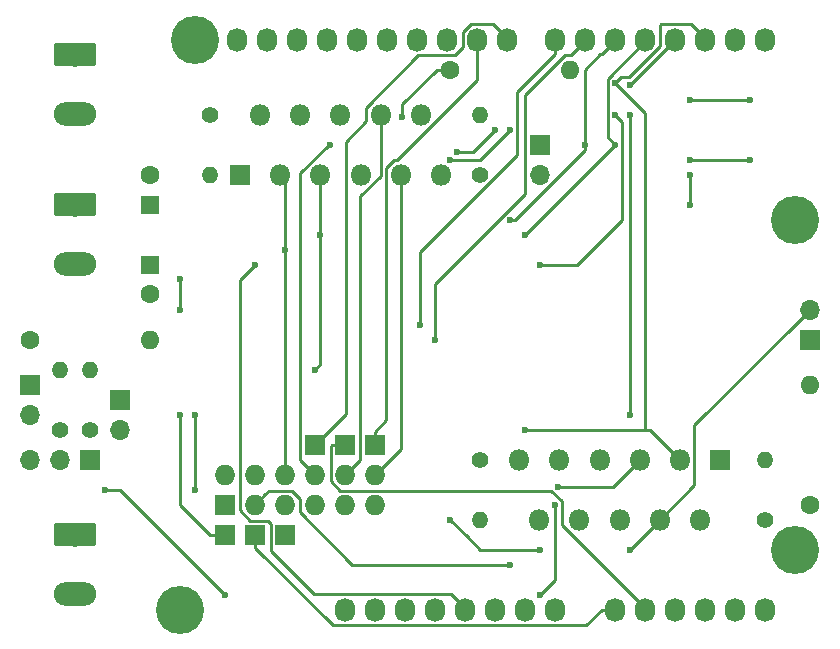
<source format=gbr>
G04 #@! TF.GenerationSoftware,KiCad,Pcbnew,(5.0.0)*
G04 #@! TF.CreationDate,2019-03-29T10:36:41+00:00*
G04 #@! TF.ProjectId,MotorDriverV1_0,4D6F746F7244726976657256315F302E,rev?*
G04 #@! TF.SameCoordinates,Original*
G04 #@! TF.FileFunction,Copper,L2,Bot,Signal*
G04 #@! TF.FilePolarity,Positive*
%FSLAX46Y46*%
G04 Gerber Fmt 4.6, Leading zero omitted, Abs format (unit mm)*
G04 Created by KiCad (PCBNEW (5.0.0)) date 03/29/19 10:36:41*
%MOMM*%
%LPD*%
G01*
G04 APERTURE LIST*
G04 #@! TA.AperFunction,ComponentPad*
%ADD10O,1.727200X2.032000*%
G04 #@! TD*
G04 #@! TA.AperFunction,ComponentPad*
%ADD11C,4.064000*%
G04 #@! TD*
G04 #@! TA.AperFunction,Conductor*
%ADD12C,0.100000*%
G04 #@! TD*
G04 #@! TA.AperFunction,ComponentPad*
%ADD13C,2.000000*%
G04 #@! TD*
G04 #@! TA.AperFunction,ComponentPad*
%ADD14O,3.600000X2.000000*%
G04 #@! TD*
G04 #@! TA.AperFunction,ComponentPad*
%ADD15O,1.700000X1.700000*%
G04 #@! TD*
G04 #@! TA.AperFunction,ComponentPad*
%ADD16R,1.700000X1.700000*%
G04 #@! TD*
G04 #@! TA.AperFunction,ComponentPad*
%ADD17R,1.800000X1.800000*%
G04 #@! TD*
G04 #@! TA.AperFunction,ComponentPad*
%ADD18O,1.800000X1.800000*%
G04 #@! TD*
G04 #@! TA.AperFunction,ComponentPad*
%ADD19R,1.600000X1.600000*%
G04 #@! TD*
G04 #@! TA.AperFunction,ComponentPad*
%ADD20C,1.600000*%
G04 #@! TD*
G04 #@! TA.AperFunction,ComponentPad*
%ADD21C,1.400000*%
G04 #@! TD*
G04 #@! TA.AperFunction,ComponentPad*
%ADD22O,1.400000X1.400000*%
G04 #@! TD*
G04 #@! TA.AperFunction,ComponentPad*
%ADD23O,1.600000X1.600000*%
G04 #@! TD*
G04 #@! TA.AperFunction,ComponentPad*
%ADD24R,1.727200X1.727200*%
G04 #@! TD*
G04 #@! TA.AperFunction,ComponentPad*
%ADD25O,1.727200X1.727200*%
G04 #@! TD*
G04 #@! TA.AperFunction,ViaPad*
%ADD26C,0.600000*%
G04 #@! TD*
G04 #@! TA.AperFunction,Conductor*
%ADD27C,0.250000*%
G04 #@! TD*
G04 APERTURE END LIST*
D10*
G04 #@! TO.P,P1,1*
G04 #@! TO.N,N/C*
X138938000Y-123825000D03*
G04 #@! TO.P,P1,2*
X141478000Y-123825000D03*
G04 #@! TO.P,P1,3*
X144018000Y-123825000D03*
G04 #@! TO.P,P1,4*
X146558000Y-123825000D03*
G04 #@! TO.P,P1,5*
G04 #@! TO.N,+5V*
X149098000Y-123825000D03*
G04 #@! TO.P,P1,6*
G04 #@! TO.N,GND*
X151638000Y-123825000D03*
G04 #@! TO.P,P1,7*
X154178000Y-123825000D03*
G04 #@! TO.P,P1,8*
G04 #@! TO.N,/Vin*
X156718000Y-123825000D03*
G04 #@! TD*
G04 #@! TO.P,P2,1*
G04 #@! TO.N,/A0*
X161798000Y-123825000D03*
G04 #@! TO.P,P2,2*
G04 #@! TO.N,/A1*
X164338000Y-123825000D03*
G04 #@! TO.P,P2,3*
G04 #@! TO.N,N/C*
X166878000Y-123825000D03*
G04 #@! TO.P,P2,4*
X169418000Y-123825000D03*
G04 #@! TO.P,P2,5*
X171958000Y-123825000D03*
G04 #@! TO.P,P2,6*
X174498000Y-123825000D03*
G04 #@! TD*
G04 #@! TO.P,P3,1*
G04 #@! TO.N,N/C*
X129794000Y-75565000D03*
G04 #@! TO.P,P3,2*
X132334000Y-75565000D03*
G04 #@! TO.P,P3,3*
X134874000Y-75565000D03*
G04 #@! TO.P,P3,4*
G04 #@! TO.N,GND*
X137414000Y-75565000D03*
G04 #@! TO.P,P3,5*
G04 #@! TO.N,N/C*
X139954000Y-75565000D03*
G04 #@! TO.P,P3,6*
X142494000Y-75565000D03*
G04 #@! TO.P,P3,7*
X145034000Y-75565000D03*
G04 #@! TO.P,P3,8*
X147574000Y-75565000D03*
G04 #@! TO.P,P3,9*
G04 #@! TO.N,/9(\002A\002A)*
X150114000Y-75565000D03*
G04 #@! TO.P,P3,10*
G04 #@! TO.N,/8*
X152654000Y-75565000D03*
G04 #@! TD*
G04 #@! TO.P,P4,1*
G04 #@! TO.N,/7*
X156718000Y-75565000D03*
G04 #@! TO.P,P4,2*
G04 #@! TO.N,/6(\002A\002A)*
X159258000Y-75565000D03*
G04 #@! TO.P,P4,3*
G04 #@! TO.N,/5(\002A\002A)*
X161798000Y-75565000D03*
G04 #@! TO.P,P4,4*
G04 #@! TO.N,/4*
X164338000Y-75565000D03*
G04 #@! TO.P,P4,5*
G04 #@! TO.N,/3(\002A\002A)*
X166878000Y-75565000D03*
G04 #@! TO.P,P4,6*
G04 #@! TO.N,/2*
X169418000Y-75565000D03*
G04 #@! TO.P,P4,7*
G04 #@! TO.N,N/C*
X171958000Y-75565000D03*
G04 #@! TO.P,P4,8*
X174498000Y-75565000D03*
G04 #@! TD*
D11*
G04 #@! TO.P,P5,1*
G04 #@! TO.N,N/C*
X124968000Y-123825000D03*
G04 #@! TD*
G04 #@! TO.P,P6,1*
G04 #@! TO.N,N/C*
X177038000Y-118745000D03*
G04 #@! TD*
G04 #@! TO.P,P7,1*
G04 #@! TO.N,N/C*
X126238000Y-75565000D03*
G04 #@! TD*
G04 #@! TO.P,P8,1*
G04 #@! TO.N,N/C*
X177038000Y-90805000D03*
G04 #@! TD*
D12*
G04 #@! TO.N,GND*
G04 #@! TO.C,J1*
G36*
X117652504Y-88536204D02*
X117676773Y-88539804D01*
X117700571Y-88545765D01*
X117723671Y-88554030D01*
X117745849Y-88564520D01*
X117766893Y-88577133D01*
X117786598Y-88591747D01*
X117804777Y-88608223D01*
X117821253Y-88626402D01*
X117835867Y-88646107D01*
X117848480Y-88667151D01*
X117858970Y-88689329D01*
X117867235Y-88712429D01*
X117873196Y-88736227D01*
X117876796Y-88760496D01*
X117878000Y-88785000D01*
X117878000Y-90285000D01*
X117876796Y-90309504D01*
X117873196Y-90333773D01*
X117867235Y-90357571D01*
X117858970Y-90380671D01*
X117848480Y-90402849D01*
X117835867Y-90423893D01*
X117821253Y-90443598D01*
X117804777Y-90461777D01*
X117786598Y-90478253D01*
X117766893Y-90492867D01*
X117745849Y-90505480D01*
X117723671Y-90515970D01*
X117700571Y-90524235D01*
X117676773Y-90530196D01*
X117652504Y-90533796D01*
X117628000Y-90535000D01*
X114528000Y-90535000D01*
X114503496Y-90533796D01*
X114479227Y-90530196D01*
X114455429Y-90524235D01*
X114432329Y-90515970D01*
X114410151Y-90505480D01*
X114389107Y-90492867D01*
X114369402Y-90478253D01*
X114351223Y-90461777D01*
X114334747Y-90443598D01*
X114320133Y-90423893D01*
X114307520Y-90402849D01*
X114297030Y-90380671D01*
X114288765Y-90357571D01*
X114282804Y-90333773D01*
X114279204Y-90309504D01*
X114278000Y-90285000D01*
X114278000Y-88785000D01*
X114279204Y-88760496D01*
X114282804Y-88736227D01*
X114288765Y-88712429D01*
X114297030Y-88689329D01*
X114307520Y-88667151D01*
X114320133Y-88646107D01*
X114334747Y-88626402D01*
X114351223Y-88608223D01*
X114369402Y-88591747D01*
X114389107Y-88577133D01*
X114410151Y-88564520D01*
X114432329Y-88554030D01*
X114455429Y-88545765D01*
X114479227Y-88539804D01*
X114503496Y-88536204D01*
X114528000Y-88535000D01*
X117628000Y-88535000D01*
X117652504Y-88536204D01*
X117652504Y-88536204D01*
G37*
D13*
G04 #@! TD*
G04 #@! TO.P,J1,1*
G04 #@! TO.N,GND*
X116078000Y-89535000D03*
D14*
G04 #@! TO.P,J1,2*
G04 #@! TO.N,/Vs*
X116078000Y-94535000D03*
G04 #@! TD*
D15*
G04 #@! TO.P,J2,2*
G04 #@! TO.N,Net-(C2-Pad1)*
X119888000Y-108585000D03*
D16*
G04 #@! TO.P,J2,1*
G04 #@! TO.N,/Vs*
X119888000Y-106045000D03*
G04 #@! TD*
D15*
G04 #@! TO.P,J3,2*
G04 #@! TO.N,/BR1*
X178308000Y-98425000D03*
D16*
G04 #@! TO.P,J3,1*
G04 #@! TO.N,GND*
X178308000Y-100965000D03*
G04 #@! TD*
G04 #@! TO.P,J4,1*
G04 #@! TO.N,GND*
X155448000Y-84455000D03*
D15*
G04 #@! TO.P,J4,2*
G04 #@! TO.N,/BR2*
X155448000Y-86995000D03*
G04 #@! TD*
D12*
G04 #@! TO.N,Net-(C5-Pad1)*
G04 #@! TO.C,J5*
G36*
X117652504Y-116476204D02*
X117676773Y-116479804D01*
X117700571Y-116485765D01*
X117723671Y-116494030D01*
X117745849Y-116504520D01*
X117766893Y-116517133D01*
X117786598Y-116531747D01*
X117804777Y-116548223D01*
X117821253Y-116566402D01*
X117835867Y-116586107D01*
X117848480Y-116607151D01*
X117858970Y-116629329D01*
X117867235Y-116652429D01*
X117873196Y-116676227D01*
X117876796Y-116700496D01*
X117878000Y-116725000D01*
X117878000Y-118225000D01*
X117876796Y-118249504D01*
X117873196Y-118273773D01*
X117867235Y-118297571D01*
X117858970Y-118320671D01*
X117848480Y-118342849D01*
X117835867Y-118363893D01*
X117821253Y-118383598D01*
X117804777Y-118401777D01*
X117786598Y-118418253D01*
X117766893Y-118432867D01*
X117745849Y-118445480D01*
X117723671Y-118455970D01*
X117700571Y-118464235D01*
X117676773Y-118470196D01*
X117652504Y-118473796D01*
X117628000Y-118475000D01*
X114528000Y-118475000D01*
X114503496Y-118473796D01*
X114479227Y-118470196D01*
X114455429Y-118464235D01*
X114432329Y-118455970D01*
X114410151Y-118445480D01*
X114389107Y-118432867D01*
X114369402Y-118418253D01*
X114351223Y-118401777D01*
X114334747Y-118383598D01*
X114320133Y-118363893D01*
X114307520Y-118342849D01*
X114297030Y-118320671D01*
X114288765Y-118297571D01*
X114282804Y-118273773D01*
X114279204Y-118249504D01*
X114278000Y-118225000D01*
X114278000Y-116725000D01*
X114279204Y-116700496D01*
X114282804Y-116676227D01*
X114288765Y-116652429D01*
X114297030Y-116629329D01*
X114307520Y-116607151D01*
X114320133Y-116586107D01*
X114334747Y-116566402D01*
X114351223Y-116548223D01*
X114369402Y-116531747D01*
X114389107Y-116517133D01*
X114410151Y-116504520D01*
X114432329Y-116494030D01*
X114455429Y-116485765D01*
X114479227Y-116479804D01*
X114503496Y-116476204D01*
X114528000Y-116475000D01*
X117628000Y-116475000D01*
X117652504Y-116476204D01*
X117652504Y-116476204D01*
G37*
D13*
G04 #@! TD*
G04 #@! TO.P,J5,1*
G04 #@! TO.N,Net-(C5-Pad1)*
X116078000Y-117475000D03*
D14*
G04 #@! TO.P,J5,2*
G04 #@! TO.N,Net-(C6-Pad2)*
X116078000Y-122475000D03*
G04 #@! TD*
G04 #@! TO.P,J6,2*
G04 #@! TO.N,Net-(C8-Pad2)*
X116078000Y-81835000D03*
D12*
G04 #@! TD*
G04 #@! TO.N,Net-(C7-Pad1)*
G04 #@! TO.C,J6*
G36*
X117652504Y-75836204D02*
X117676773Y-75839804D01*
X117700571Y-75845765D01*
X117723671Y-75854030D01*
X117745849Y-75864520D01*
X117766893Y-75877133D01*
X117786598Y-75891747D01*
X117804777Y-75908223D01*
X117821253Y-75926402D01*
X117835867Y-75946107D01*
X117848480Y-75967151D01*
X117858970Y-75989329D01*
X117867235Y-76012429D01*
X117873196Y-76036227D01*
X117876796Y-76060496D01*
X117878000Y-76085000D01*
X117878000Y-77585000D01*
X117876796Y-77609504D01*
X117873196Y-77633773D01*
X117867235Y-77657571D01*
X117858970Y-77680671D01*
X117848480Y-77702849D01*
X117835867Y-77723893D01*
X117821253Y-77743598D01*
X117804777Y-77761777D01*
X117786598Y-77778253D01*
X117766893Y-77792867D01*
X117745849Y-77805480D01*
X117723671Y-77815970D01*
X117700571Y-77824235D01*
X117676773Y-77830196D01*
X117652504Y-77833796D01*
X117628000Y-77835000D01*
X114528000Y-77835000D01*
X114503496Y-77833796D01*
X114479227Y-77830196D01*
X114455429Y-77824235D01*
X114432329Y-77815970D01*
X114410151Y-77805480D01*
X114389107Y-77792867D01*
X114369402Y-77778253D01*
X114351223Y-77761777D01*
X114334747Y-77743598D01*
X114320133Y-77723893D01*
X114307520Y-77702849D01*
X114297030Y-77680671D01*
X114288765Y-77657571D01*
X114282804Y-77633773D01*
X114279204Y-77609504D01*
X114278000Y-77585000D01*
X114278000Y-76085000D01*
X114279204Y-76060496D01*
X114282804Y-76036227D01*
X114288765Y-76012429D01*
X114297030Y-75989329D01*
X114307520Y-75967151D01*
X114320133Y-75946107D01*
X114334747Y-75926402D01*
X114351223Y-75908223D01*
X114369402Y-75891747D01*
X114389107Y-75877133D01*
X114410151Y-75864520D01*
X114432329Y-75854030D01*
X114455429Y-75845765D01*
X114479227Y-75839804D01*
X114503496Y-75836204D01*
X114528000Y-75835000D01*
X117628000Y-75835000D01*
X117652504Y-75836204D01*
X117652504Y-75836204D01*
G37*
D13*
G04 #@! TO.P,J6,1*
G04 #@! TO.N,Net-(C7-Pad1)*
X116078000Y-76835000D03*
G04 #@! TD*
D17*
G04 #@! TO.P,U3,1*
G04 #@! TO.N,Net-(C5-Pad2)*
X170688000Y-111125000D03*
D18*
G04 #@! TO.P,U3,2*
G04 #@! TO.N,Net-(C5-Pad1)*
X168988000Y-116205000D03*
G04 #@! TO.P,U3,3*
G04 #@! TO.N,/2*
X167288000Y-111125000D03*
G04 #@! TO.P,U3,4*
G04 #@! TO.N,/BR1*
X165588000Y-116205000D03*
G04 #@! TO.P,U3,5*
G04 #@! TO.N,/3(\002A\002A)*
X163888000Y-111125000D03*
G04 #@! TO.P,U3,6*
G04 #@! TO.N,/Vs*
X162188000Y-116205000D03*
G04 #@! TO.P,U3,7*
G04 #@! TO.N,GND*
X160488000Y-111125000D03*
G04 #@! TO.P,U3,8*
G04 #@! TO.N,/CSEN1*
X158788000Y-116205000D03*
G04 #@! TO.P,U3,9*
G04 #@! TO.N,/TF1*
X157088000Y-111125000D03*
G04 #@! TO.P,U3,10*
G04 #@! TO.N,Net-(C6-Pad2)*
X155388000Y-116205000D03*
G04 #@! TO.P,U3,11*
G04 #@! TO.N,Net-(C6-Pad1)*
X153688000Y-111125000D03*
G04 #@! TD*
G04 #@! TO.P,U4,11*
G04 #@! TO.N,Net-(C8-Pad1)*
X147048000Y-86995000D03*
G04 #@! TO.P,U4,10*
G04 #@! TO.N,Net-(C8-Pad2)*
X145348000Y-81915000D03*
G04 #@! TO.P,U4,9*
G04 #@! TO.N,/TF2*
X143648000Y-86995000D03*
G04 #@! TO.P,U4,8*
G04 #@! TO.N,/CSEN2*
X141948000Y-81915000D03*
G04 #@! TO.P,U4,7*
G04 #@! TO.N,GND*
X140248000Y-86995000D03*
G04 #@! TO.P,U4,6*
G04 #@! TO.N,/Vs*
X138548000Y-81915000D03*
G04 #@! TO.P,U4,5*
G04 #@! TO.N,/5(\002A\002A)*
X136848000Y-86995000D03*
G04 #@! TO.P,U4,4*
G04 #@! TO.N,/BR2*
X135148000Y-81915000D03*
G04 #@! TO.P,U4,3*
G04 #@! TO.N,/4*
X133448000Y-86995000D03*
G04 #@! TO.P,U4,2*
G04 #@! TO.N,Net-(C7-Pad1)*
X131748000Y-81915000D03*
D17*
G04 #@! TO.P,U4,1*
G04 #@! TO.N,Net-(C7-Pad2)*
X130048000Y-86995000D03*
G04 #@! TD*
D19*
G04 #@! TO.P,C1,1*
G04 #@! TO.N,/Vs*
X122428000Y-94615000D03*
D20*
G04 #@! TO.P,C1,2*
G04 #@! TO.N,GND*
X122428000Y-97115000D03*
G04 #@! TD*
D21*
G04 #@! TO.P,C2,1*
G04 #@! TO.N,Net-(C2-Pad1)*
X117348000Y-108585000D03*
D22*
G04 #@! TO.P,C2,2*
G04 #@! TO.N,GND*
X117348000Y-103505000D03*
G04 #@! TD*
D19*
G04 #@! TO.P,C3,1*
G04 #@! TO.N,/Vs*
X122428000Y-89535000D03*
D20*
G04 #@! TO.P,C3,2*
G04 #@! TO.N,GND*
X122428000Y-87035000D03*
G04 #@! TD*
D22*
G04 #@! TO.P,C4,2*
G04 #@! TO.N,GND*
X114808000Y-103505000D03*
D21*
G04 #@! TO.P,C4,1*
G04 #@! TO.N,/Vin*
X114808000Y-108585000D03*
G04 #@! TD*
D22*
G04 #@! TO.P,C5,2*
G04 #@! TO.N,Net-(C5-Pad2)*
X174498000Y-111125000D03*
D21*
G04 #@! TO.P,C5,1*
G04 #@! TO.N,Net-(C5-Pad1)*
X174498000Y-116205000D03*
G04 #@! TD*
G04 #@! TO.P,C6,1*
G04 #@! TO.N,Net-(C6-Pad1)*
X150368000Y-111125000D03*
D22*
G04 #@! TO.P,C6,2*
G04 #@! TO.N,Net-(C6-Pad2)*
X150368000Y-116205000D03*
G04 #@! TD*
G04 #@! TO.P,C7,2*
G04 #@! TO.N,Net-(C7-Pad2)*
X127508000Y-86995000D03*
D21*
G04 #@! TO.P,C7,1*
G04 #@! TO.N,Net-(C7-Pad1)*
X127508000Y-81915000D03*
G04 #@! TD*
G04 #@! TO.P,C8,1*
G04 #@! TO.N,Net-(C8-Pad1)*
X150368000Y-86995000D03*
D22*
G04 #@! TO.P,C8,2*
G04 #@! TO.N,Net-(C8-Pad2)*
X150368000Y-81915000D03*
G04 #@! TD*
D16*
G04 #@! TO.P,D5,1*
G04 #@! TO.N,Net-(D5-Pad1)*
X112268000Y-104775000D03*
D15*
G04 #@! TO.P,D5,2*
G04 #@! TO.N,/Vin*
X112268000Y-107315000D03*
G04 #@! TD*
D20*
G04 #@! TO.P,R5,1*
G04 #@! TO.N,/CSEN1*
X178308000Y-114935000D03*
D23*
G04 #@! TO.P,R5,2*
G04 #@! TO.N,GND*
X178308000Y-104775000D03*
G04 #@! TD*
G04 #@! TO.P,R6,2*
G04 #@! TO.N,GND*
X157988000Y-78105000D03*
D20*
G04 #@! TO.P,R6,1*
G04 #@! TO.N,/CSEN2*
X147828000Y-78105000D03*
G04 #@! TD*
G04 #@! TO.P,R7,1*
G04 #@! TO.N,Net-(D5-Pad1)*
X112268000Y-100965000D03*
D23*
G04 #@! TO.P,R7,2*
G04 #@! TO.N,GND*
X122428000Y-100965000D03*
G04 #@! TD*
D16*
G04 #@! TO.P,U2,1*
G04 #@! TO.N,Net-(C2-Pad1)*
X117348000Y-111125000D03*
D15*
G04 #@! TO.P,U2,2*
G04 #@! TO.N,GND*
X114808000Y-111125000D03*
G04 #@! TO.P,U2,3*
G04 #@! TO.N,/Vin*
X112268000Y-111125000D03*
G04 #@! TD*
D16*
G04 #@! TO.P,J13,1*
G04 #@! TO.N,/9(\002A\002A)*
X141478000Y-109855000D03*
G04 #@! TD*
G04 #@! TO.P,J7,1*
G04 #@! TO.N,/7*
X128778000Y-117475000D03*
G04 #@! TD*
G04 #@! TO.P,J8,1*
G04 #@! TO.N,/A0*
X131318000Y-117475000D03*
G04 #@! TD*
G04 #@! TO.P,J9,1*
G04 #@! TO.N,/6(\002A\002A)*
X133858000Y-117475000D03*
G04 #@! TD*
G04 #@! TO.P,J11,1*
G04 #@! TO.N,/8*
X136398000Y-109855000D03*
G04 #@! TD*
G04 #@! TO.P,J12,1*
G04 #@! TO.N,/A1*
X138938000Y-109855000D03*
G04 #@! TD*
D24*
G04 #@! TO.P,J10,1*
G04 #@! TO.N,/TF1*
X128778000Y-114935000D03*
D25*
G04 #@! TO.P,J10,2*
G04 #@! TO.N,GND*
X128778000Y-112395000D03*
G04 #@! TO.P,J10,3*
G04 #@! TO.N,/CSEN1*
X131318000Y-114935000D03*
G04 #@! TO.P,J10,4*
G04 #@! TO.N,/5(\002A\002A)*
X131318000Y-112395000D03*
G04 #@! TO.P,J10,5*
G04 #@! TO.N,/BR1*
X133858000Y-114935000D03*
G04 #@! TO.P,J10,6*
G04 #@! TO.N,/4*
X133858000Y-112395000D03*
G04 #@! TO.P,J10,7*
G04 #@! TO.N,/2*
X136398000Y-114935000D03*
G04 #@! TO.P,J10,8*
G04 #@! TO.N,/BR2*
X136398000Y-112395000D03*
G04 #@! TO.P,J10,9*
G04 #@! TO.N,/3(\002A\002A)*
X138938000Y-114935000D03*
G04 #@! TO.P,J10,10*
G04 #@! TO.N,/CSEN2*
X138938000Y-112395000D03*
G04 #@! TO.P,J10,11*
G04 #@! TO.N,GND*
X141478000Y-114935000D03*
G04 #@! TO.P,J10,12*
G04 #@! TO.N,/TF2*
X141478000Y-112395000D03*
G04 #@! TD*
D26*
G04 #@! TO.N,+5V*
X161798000Y-81915000D03*
X131318000Y-94615000D03*
X155448000Y-94615000D03*
G04 #@! TO.N,GND*
X155448000Y-122555000D03*
X156678000Y-114935000D03*
X147828000Y-85725000D03*
X152908000Y-83185000D03*
X168148000Y-86995000D03*
X168148000Y-89535000D03*
G04 #@! TO.N,/Vin*
X118618000Y-113665000D03*
X128778000Y-122555000D03*
G04 #@! TO.N,/7*
X145288000Y-99695000D03*
X124968000Y-107315000D03*
G04 #@! TO.N,/6(\002A\002A)*
X146558000Y-100965000D03*
X126238000Y-107315000D03*
X126238000Y-113665000D03*
G04 #@! TO.N,/5(\002A\002A)*
X136398000Y-103505000D03*
X159258000Y-84455000D03*
X152908000Y-90805000D03*
X136848000Y-92075000D03*
G04 #@! TO.N,/4*
X133858000Y-93345000D03*
X154178000Y-92075000D03*
X161798000Y-84455000D03*
G04 #@! TO.N,/3(\002A\002A)*
X156967443Y-113415557D03*
X163068000Y-79375000D03*
X163068000Y-81915000D03*
X163068000Y-107315000D03*
G04 #@! TO.N,/2*
X154178000Y-108585000D03*
X161798000Y-79234998D03*
G04 #@! TO.N,/Vs*
X124968000Y-95865000D03*
X124968000Y-98425000D03*
G04 #@! TO.N,/BR1*
X147828000Y-116205000D03*
X163068000Y-118745000D03*
X155448000Y-118745000D03*
G04 #@! TO.N,/BR2*
X148451539Y-85054877D03*
X151638000Y-83185000D03*
X137688000Y-84455000D03*
G04 #@! TO.N,/CSEN1*
X152908000Y-120015000D03*
G04 #@! TO.N,/CSEN2*
X143764115Y-82098882D03*
G04 #@! TO.N,Net-(D1-Pad2)*
X168148000Y-80645000D03*
X173228000Y-80645000D03*
G04 #@! TO.N,Net-(D4-Pad2)*
X168148000Y-85725000D03*
X173228000Y-85725000D03*
G04 #@! TD*
D27*
G04 #@! TO.N,+5V*
X161798000Y-81915000D02*
X162423001Y-82540001D01*
X149098000Y-123672600D02*
X149098000Y-123825000D01*
X147909390Y-122483990D02*
X149098000Y-123672600D01*
X136326990Y-122483990D02*
X147909390Y-122483990D01*
X132682999Y-118839999D02*
X136326990Y-122483990D01*
X131318000Y-94615000D02*
X130048000Y-95885000D01*
X130048000Y-95885000D02*
X130048000Y-115424130D01*
X130048000Y-115424130D02*
X130923869Y-116299999D01*
X130923869Y-116299999D02*
X132428001Y-116299999D01*
X132428001Y-116299999D02*
X132682999Y-116554997D01*
X132682999Y-116554997D02*
X132682999Y-118839999D01*
X158613001Y-94615000D02*
X162423001Y-90805000D01*
X155448000Y-94615000D02*
X158613001Y-94615000D01*
X162423001Y-82540001D02*
X162423001Y-90805000D01*
G04 #@! TO.N,GND*
X155448000Y-122555000D02*
X156678000Y-121325000D01*
X156678000Y-121325000D02*
X156678000Y-114935000D01*
X147828000Y-85725000D02*
X150368000Y-85725000D01*
X150368000Y-85725000D02*
X152908000Y-83185000D01*
X168148000Y-86995000D02*
X168148000Y-89535000D01*
G04 #@! TO.N,/Vin*
X118618000Y-113665000D02*
X119888000Y-113665000D01*
X119888000Y-113665000D02*
X128778000Y-122555000D01*
G04 #@! TO.N,/A0*
X160684400Y-123825000D02*
X161798000Y-123825000D01*
X159343390Y-125166010D02*
X160684400Y-123825000D01*
X137909010Y-125166010D02*
X159343390Y-125166010D01*
X131318000Y-118575000D02*
X137909010Y-125166010D01*
X131318000Y-117475000D02*
X131318000Y-118575000D01*
G04 #@! TO.N,/A1*
X164338000Y-123672600D02*
X164338000Y-123825000D01*
X157303001Y-116637601D02*
X164338000Y-123672600D01*
X157303001Y-114634999D02*
X157303001Y-116637601D01*
X156414401Y-113746399D02*
X157303001Y-114634999D01*
X138530269Y-113746399D02*
X156414401Y-113746399D01*
X137749399Y-112965529D02*
X138530269Y-113746399D01*
X137749399Y-109943601D02*
X137749399Y-112965529D01*
X137838000Y-109855000D02*
X137749399Y-109943601D01*
X138938000Y-109855000D02*
X137838000Y-109855000D01*
G04 #@! TO.N,/9(\002A\002A)*
X150114000Y-76831000D02*
X150114000Y-75565000D01*
X150114000Y-78962002D02*
X150114000Y-76831000D01*
X143306003Y-85769999D02*
X150114000Y-78962002D01*
X143059999Y-85769999D02*
X143306003Y-85769999D01*
X142422999Y-86406999D02*
X143059999Y-85769999D01*
X142422999Y-107810001D02*
X142422999Y-86406999D01*
X141478000Y-108755000D02*
X142422999Y-107810001D01*
X141478000Y-109855000D02*
X141478000Y-108755000D01*
G04 #@! TO.N,/8*
X152654000Y-75412600D02*
X152654000Y-75565000D01*
X151465390Y-74223990D02*
X152654000Y-75412600D01*
X149621662Y-74223990D02*
X151465390Y-74223990D01*
X148925390Y-74920262D02*
X149621662Y-74223990D01*
X148925390Y-76209738D02*
X148925390Y-74920262D01*
X148229118Y-76906010D02*
X148925390Y-76209738D01*
X145143988Y-76906010D02*
X148229118Y-76906010D01*
X140722999Y-81326999D02*
X145143988Y-76906010D01*
X140722999Y-82503001D02*
X140722999Y-81326999D01*
X139022999Y-84203001D02*
X140722999Y-82503001D01*
X139022999Y-107230001D02*
X139022999Y-84203001D01*
X136398000Y-109855000D02*
X139022999Y-107230001D01*
G04 #@! TO.N,/7*
X153533001Y-80015999D02*
X153533001Y-85347001D01*
X156718000Y-75565000D02*
X156718000Y-76831000D01*
X156718000Y-76831000D02*
X153533001Y-80015999D01*
X153533001Y-85347001D02*
X145288000Y-93592002D01*
X145288000Y-93592002D02*
X145288000Y-99695000D01*
X127508000Y-117475000D02*
X128778000Y-117475000D01*
X124968000Y-107315000D02*
X124968000Y-114935000D01*
X124968000Y-114935000D02*
X127508000Y-117475000D01*
G04 #@! TO.N,/6(\002A\002A)*
X157521988Y-76906010D02*
X154178000Y-80249998D01*
X158069390Y-76906010D02*
X157521988Y-76906010D01*
X159258000Y-75565000D02*
X159258000Y-75717400D01*
X159258000Y-75717400D02*
X158069390Y-76906010D01*
X154178000Y-88609998D02*
X146558000Y-96229998D01*
X154178000Y-80249998D02*
X154178000Y-88609998D01*
X146558000Y-96229998D02*
X146558000Y-100965000D01*
X126238000Y-107315000D02*
X126238000Y-113665000D01*
G04 #@! TO.N,/5(\002A\002A)*
X136398000Y-103505000D02*
X136848000Y-103055000D01*
X153332264Y-90805000D02*
X152908000Y-90805000D01*
X159258000Y-84455000D02*
X159258000Y-84879264D01*
X159258000Y-84879264D02*
X153332264Y-90805000D01*
X136848000Y-103055000D02*
X136848000Y-92075000D01*
X136848000Y-92075000D02*
X136848000Y-86995000D01*
X161798000Y-75717400D02*
X161798000Y-75565000D01*
X160684400Y-76831000D02*
X161798000Y-75717400D01*
X160532000Y-76831000D02*
X160684400Y-76831000D01*
X159258000Y-78105000D02*
X160532000Y-76831000D01*
X159258000Y-84455000D02*
X159258000Y-78105000D01*
G04 #@! TO.N,/4*
X133858000Y-87405000D02*
X133448000Y-86995000D01*
X133858000Y-93345000D02*
X133858000Y-87405000D01*
X133858000Y-112395000D02*
X133858000Y-93345000D01*
X154178000Y-92075000D02*
X156718000Y-89535000D01*
X156718000Y-89535000D02*
X161798000Y-84455000D01*
X164338000Y-75717400D02*
X164338000Y-75565000D01*
X161172999Y-78882401D02*
X164338000Y-75717400D01*
X161172999Y-83829999D02*
X161172999Y-78882401D01*
X161798000Y-84455000D02*
X161172999Y-83829999D01*
G04 #@! TO.N,/3(\002A\002A)*
X161597443Y-113415557D02*
X163888000Y-111125000D01*
X156967443Y-113415557D02*
X161597443Y-113415557D01*
X163068000Y-79375000D02*
X166878000Y-75565000D01*
X163068000Y-81915000D02*
X163068000Y-107315000D01*
G04 #@! TO.N,/2*
X164748000Y-108585000D02*
X167288000Y-111125000D01*
X169418000Y-75412600D02*
X169418000Y-75565000D01*
X168229390Y-74223990D02*
X169418000Y-75412600D01*
X165679010Y-74223990D02*
X168229390Y-74223990D01*
X165608000Y-74295000D02*
X165679010Y-74223990D01*
X165608000Y-76128348D02*
X165608000Y-74295000D01*
X162986349Y-78749999D02*
X165608000Y-76128348D01*
X162282999Y-78749999D02*
X162986349Y-78749999D01*
X161798000Y-79234998D02*
X162282999Y-78749999D01*
X164338000Y-81774998D02*
X164338000Y-108585000D01*
X161798000Y-79234998D02*
X164338000Y-81774998D01*
X154178000Y-108585000D02*
X164338000Y-108585000D01*
X164338000Y-108585000D02*
X164748000Y-108585000D01*
G04 #@! TO.N,/Vs*
X124968000Y-95865000D02*
X124968000Y-98425000D01*
G04 #@! TO.N,/BR1*
X147828000Y-116205000D02*
X149226442Y-117603442D01*
X165588000Y-116225000D02*
X165588000Y-116205000D01*
X163068000Y-118745000D02*
X165588000Y-116225000D01*
X149226442Y-117603442D02*
X150368000Y-118745000D01*
X150368000Y-118745000D02*
X155448000Y-118745000D01*
X177458001Y-99274999D02*
X178308000Y-98425000D01*
X168513001Y-108219999D02*
X177458001Y-99274999D01*
X168513001Y-113279999D02*
X168513001Y-108219999D01*
X165588000Y-116205000D02*
X168513001Y-113279999D01*
G04 #@! TO.N,/BR2*
X148451539Y-85054877D02*
X149768123Y-85054877D01*
X149768123Y-85054877D02*
X151638000Y-83185000D01*
X136398000Y-112395000D02*
X135128000Y-111125000D01*
X137574998Y-84455000D02*
X137688000Y-84455000D01*
X135128000Y-86901998D02*
X137574998Y-84455000D01*
X135128000Y-111125000D02*
X135128000Y-86901998D01*
G04 #@! TO.N,/CSEN1*
X132181599Y-114071401D02*
X131318000Y-114935000D01*
X152908000Y-120015000D02*
X139556072Y-120015000D01*
X139556072Y-120015000D02*
X135128000Y-115586928D01*
X135128000Y-115586928D02*
X135128000Y-114445870D01*
X135128000Y-114445870D02*
X134428529Y-113746399D01*
X134428529Y-113746399D02*
X132506601Y-113746399D01*
X132506601Y-113746399D02*
X132181599Y-114071401D01*
G04 #@! TO.N,/CSEN2*
X146696630Y-78105000D02*
X147828000Y-78105000D01*
X143764115Y-81037515D02*
X146696630Y-78105000D01*
X143764115Y-82098882D02*
X143764115Y-81037515D01*
X141948000Y-83187792D02*
X141948000Y-81915000D01*
X141948000Y-87108002D02*
X141948000Y-83187792D01*
X140208000Y-88848002D02*
X141948000Y-87108002D01*
X140208000Y-111125000D02*
X140208000Y-88848002D01*
X138938000Y-112395000D02*
X140208000Y-111125000D01*
G04 #@! TO.N,/TF2*
X143648000Y-110225000D02*
X143648000Y-86995000D01*
X141478000Y-112395000D02*
X143648000Y-110225000D01*
G04 #@! TO.N,Net-(D1-Pad2)*
X168148000Y-80645000D02*
X173228000Y-80645000D01*
G04 #@! TO.N,Net-(D4-Pad2)*
X168148000Y-85725000D02*
X173228000Y-85725000D01*
G04 #@! TD*
M02*

</source>
